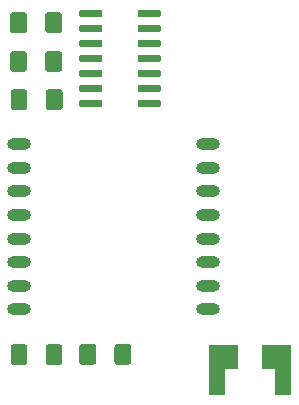
<source format=gbr>
G04 #@! TF.GenerationSoftware,KiCad,Pcbnew,5.1.5*
G04 #@! TF.CreationDate,2020-01-26T11:39:47+01:00*
G04 #@! TF.ProjectId,LORA_ATTINY84,4c4f5241-5f41-4545-9449-4e5938342e6b,rev?*
G04 #@! TF.SameCoordinates,Original*
G04 #@! TF.FileFunction,Paste,Top*
G04 #@! TF.FilePolarity,Positive*
%FSLAX46Y46*%
G04 Gerber Fmt 4.6, Leading zero omitted, Abs format (unit mm)*
G04 Created by KiCad (PCBNEW 5.1.5) date 2020-01-26 11:39:47*
%MOMM*%
%LPD*%
G04 APERTURE LIST*
%ADD10C,0.100000*%
%ADD11O,2.000000X1.000000*%
G04 APERTURE END LIST*
D10*
G36*
X91586600Y-79493600D02*
G01*
X90236600Y-79493600D01*
X90236600Y-77293600D01*
X89136600Y-77293600D01*
X89136600Y-75293600D01*
X91586600Y-75293600D01*
X91586600Y-79493600D01*
G37*
G36*
X87034920Y-77293600D02*
G01*
X85934920Y-77293600D01*
X85934920Y-79493600D01*
X84584920Y-79493600D01*
X84584920Y-75293600D01*
X87034920Y-75293600D01*
X87034920Y-77293600D01*
G37*
G36*
X71991204Y-75224604D02*
G01*
X72015473Y-75228204D01*
X72039271Y-75234165D01*
X72062371Y-75242430D01*
X72084549Y-75252920D01*
X72105593Y-75265533D01*
X72125298Y-75280147D01*
X72143477Y-75296623D01*
X72159953Y-75314802D01*
X72174567Y-75334507D01*
X72187180Y-75355551D01*
X72197670Y-75377729D01*
X72205935Y-75400829D01*
X72211896Y-75424627D01*
X72215496Y-75448896D01*
X72216700Y-75473400D01*
X72216700Y-76723400D01*
X72215496Y-76747904D01*
X72211896Y-76772173D01*
X72205935Y-76795971D01*
X72197670Y-76819071D01*
X72187180Y-76841249D01*
X72174567Y-76862293D01*
X72159953Y-76881998D01*
X72143477Y-76900177D01*
X72125298Y-76916653D01*
X72105593Y-76931267D01*
X72084549Y-76943880D01*
X72062371Y-76954370D01*
X72039271Y-76962635D01*
X72015473Y-76968596D01*
X71991204Y-76972196D01*
X71966700Y-76973400D01*
X71041700Y-76973400D01*
X71017196Y-76972196D01*
X70992927Y-76968596D01*
X70969129Y-76962635D01*
X70946029Y-76954370D01*
X70923851Y-76943880D01*
X70902807Y-76931267D01*
X70883102Y-76916653D01*
X70864923Y-76900177D01*
X70848447Y-76881998D01*
X70833833Y-76862293D01*
X70821220Y-76841249D01*
X70810730Y-76819071D01*
X70802465Y-76795971D01*
X70796504Y-76772173D01*
X70792904Y-76747904D01*
X70791700Y-76723400D01*
X70791700Y-75473400D01*
X70792904Y-75448896D01*
X70796504Y-75424627D01*
X70802465Y-75400829D01*
X70810730Y-75377729D01*
X70821220Y-75355551D01*
X70833833Y-75334507D01*
X70848447Y-75314802D01*
X70864923Y-75296623D01*
X70883102Y-75280147D01*
X70902807Y-75265533D01*
X70923851Y-75252920D01*
X70946029Y-75242430D01*
X70969129Y-75234165D01*
X70992927Y-75228204D01*
X71017196Y-75224604D01*
X71041700Y-75223400D01*
X71966700Y-75223400D01*
X71991204Y-75224604D01*
G37*
G36*
X69016204Y-75224604D02*
G01*
X69040473Y-75228204D01*
X69064271Y-75234165D01*
X69087371Y-75242430D01*
X69109549Y-75252920D01*
X69130593Y-75265533D01*
X69150298Y-75280147D01*
X69168477Y-75296623D01*
X69184953Y-75314802D01*
X69199567Y-75334507D01*
X69212180Y-75355551D01*
X69222670Y-75377729D01*
X69230935Y-75400829D01*
X69236896Y-75424627D01*
X69240496Y-75448896D01*
X69241700Y-75473400D01*
X69241700Y-76723400D01*
X69240496Y-76747904D01*
X69236896Y-76772173D01*
X69230935Y-76795971D01*
X69222670Y-76819071D01*
X69212180Y-76841249D01*
X69199567Y-76862293D01*
X69184953Y-76881998D01*
X69168477Y-76900177D01*
X69150298Y-76916653D01*
X69130593Y-76931267D01*
X69109549Y-76943880D01*
X69087371Y-76954370D01*
X69064271Y-76962635D01*
X69040473Y-76968596D01*
X69016204Y-76972196D01*
X68991700Y-76973400D01*
X68066700Y-76973400D01*
X68042196Y-76972196D01*
X68017927Y-76968596D01*
X67994129Y-76962635D01*
X67971029Y-76954370D01*
X67948851Y-76943880D01*
X67927807Y-76931267D01*
X67908102Y-76916653D01*
X67889923Y-76900177D01*
X67873447Y-76881998D01*
X67858833Y-76862293D01*
X67846220Y-76841249D01*
X67835730Y-76819071D01*
X67827465Y-76795971D01*
X67821504Y-76772173D01*
X67817904Y-76747904D01*
X67816700Y-76723400D01*
X67816700Y-75473400D01*
X67817904Y-75448896D01*
X67821504Y-75424627D01*
X67827465Y-75400829D01*
X67835730Y-75377729D01*
X67846220Y-75355551D01*
X67858833Y-75334507D01*
X67873447Y-75314802D01*
X67889923Y-75296623D01*
X67908102Y-75280147D01*
X67927807Y-75265533D01*
X67948851Y-75252920D01*
X67971029Y-75242430D01*
X67994129Y-75234165D01*
X68017927Y-75228204D01*
X68042196Y-75224604D01*
X68066700Y-75223400D01*
X68991700Y-75223400D01*
X69016204Y-75224604D01*
G37*
G36*
X74843904Y-75199204D02*
G01*
X74868173Y-75202804D01*
X74891971Y-75208765D01*
X74915071Y-75217030D01*
X74937249Y-75227520D01*
X74958293Y-75240133D01*
X74977998Y-75254747D01*
X74996177Y-75271223D01*
X75012653Y-75289402D01*
X75027267Y-75309107D01*
X75039880Y-75330151D01*
X75050370Y-75352329D01*
X75058635Y-75375429D01*
X75064596Y-75399227D01*
X75068196Y-75423496D01*
X75069400Y-75448000D01*
X75069400Y-76698000D01*
X75068196Y-76722504D01*
X75064596Y-76746773D01*
X75058635Y-76770571D01*
X75050370Y-76793671D01*
X75039880Y-76815849D01*
X75027267Y-76836893D01*
X75012653Y-76856598D01*
X74996177Y-76874777D01*
X74977998Y-76891253D01*
X74958293Y-76905867D01*
X74937249Y-76918480D01*
X74915071Y-76928970D01*
X74891971Y-76937235D01*
X74868173Y-76943196D01*
X74843904Y-76946796D01*
X74819400Y-76948000D01*
X73894400Y-76948000D01*
X73869896Y-76946796D01*
X73845627Y-76943196D01*
X73821829Y-76937235D01*
X73798729Y-76928970D01*
X73776551Y-76918480D01*
X73755507Y-76905867D01*
X73735802Y-76891253D01*
X73717623Y-76874777D01*
X73701147Y-76856598D01*
X73686533Y-76836893D01*
X73673920Y-76815849D01*
X73663430Y-76793671D01*
X73655165Y-76770571D01*
X73649204Y-76746773D01*
X73645604Y-76722504D01*
X73644400Y-76698000D01*
X73644400Y-75448000D01*
X73645604Y-75423496D01*
X73649204Y-75399227D01*
X73655165Y-75375429D01*
X73663430Y-75352329D01*
X73673920Y-75330151D01*
X73686533Y-75309107D01*
X73701147Y-75289402D01*
X73717623Y-75271223D01*
X73735802Y-75254747D01*
X73755507Y-75240133D01*
X73776551Y-75227520D01*
X73798729Y-75217030D01*
X73821829Y-75208765D01*
X73845627Y-75202804D01*
X73869896Y-75199204D01*
X73894400Y-75198000D01*
X74819400Y-75198000D01*
X74843904Y-75199204D01*
G37*
G36*
X77818904Y-75199204D02*
G01*
X77843173Y-75202804D01*
X77866971Y-75208765D01*
X77890071Y-75217030D01*
X77912249Y-75227520D01*
X77933293Y-75240133D01*
X77952998Y-75254747D01*
X77971177Y-75271223D01*
X77987653Y-75289402D01*
X78002267Y-75309107D01*
X78014880Y-75330151D01*
X78025370Y-75352329D01*
X78033635Y-75375429D01*
X78039596Y-75399227D01*
X78043196Y-75423496D01*
X78044400Y-75448000D01*
X78044400Y-76698000D01*
X78043196Y-76722504D01*
X78039596Y-76746773D01*
X78033635Y-76770571D01*
X78025370Y-76793671D01*
X78014880Y-76815849D01*
X78002267Y-76836893D01*
X77987653Y-76856598D01*
X77971177Y-76874777D01*
X77952998Y-76891253D01*
X77933293Y-76905867D01*
X77912249Y-76918480D01*
X77890071Y-76928970D01*
X77866971Y-76937235D01*
X77843173Y-76943196D01*
X77818904Y-76946796D01*
X77794400Y-76948000D01*
X76869400Y-76948000D01*
X76844896Y-76946796D01*
X76820627Y-76943196D01*
X76796829Y-76937235D01*
X76773729Y-76928970D01*
X76751551Y-76918480D01*
X76730507Y-76905867D01*
X76710802Y-76891253D01*
X76692623Y-76874777D01*
X76676147Y-76856598D01*
X76661533Y-76836893D01*
X76648920Y-76815849D01*
X76638430Y-76793671D01*
X76630165Y-76770571D01*
X76624204Y-76746773D01*
X76620604Y-76722504D01*
X76619400Y-76698000D01*
X76619400Y-75448000D01*
X76620604Y-75423496D01*
X76624204Y-75399227D01*
X76630165Y-75375429D01*
X76638430Y-75352329D01*
X76648920Y-75330151D01*
X76661533Y-75309107D01*
X76676147Y-75289402D01*
X76692623Y-75271223D01*
X76710802Y-75254747D01*
X76730507Y-75240133D01*
X76751551Y-75227520D01*
X76773729Y-75217030D01*
X76796829Y-75208765D01*
X76820627Y-75202804D01*
X76844896Y-75199204D01*
X76869400Y-75198000D01*
X77794400Y-75198000D01*
X77818904Y-75199204D01*
G37*
G36*
X69027304Y-53634604D02*
G01*
X69051573Y-53638204D01*
X69075371Y-53644165D01*
X69098471Y-53652430D01*
X69120649Y-53662920D01*
X69141693Y-53675533D01*
X69161398Y-53690147D01*
X69179577Y-53706623D01*
X69196053Y-53724802D01*
X69210667Y-53744507D01*
X69223280Y-53765551D01*
X69233770Y-53787729D01*
X69242035Y-53810829D01*
X69247996Y-53834627D01*
X69251596Y-53858896D01*
X69252800Y-53883400D01*
X69252800Y-55133400D01*
X69251596Y-55157904D01*
X69247996Y-55182173D01*
X69242035Y-55205971D01*
X69233770Y-55229071D01*
X69223280Y-55251249D01*
X69210667Y-55272293D01*
X69196053Y-55291998D01*
X69179577Y-55310177D01*
X69161398Y-55326653D01*
X69141693Y-55341267D01*
X69120649Y-55353880D01*
X69098471Y-55364370D01*
X69075371Y-55372635D01*
X69051573Y-55378596D01*
X69027304Y-55382196D01*
X69002800Y-55383400D01*
X68077800Y-55383400D01*
X68053296Y-55382196D01*
X68029027Y-55378596D01*
X68005229Y-55372635D01*
X67982129Y-55364370D01*
X67959951Y-55353880D01*
X67938907Y-55341267D01*
X67919202Y-55326653D01*
X67901023Y-55310177D01*
X67884547Y-55291998D01*
X67869933Y-55272293D01*
X67857320Y-55251249D01*
X67846830Y-55229071D01*
X67838565Y-55205971D01*
X67832604Y-55182173D01*
X67829004Y-55157904D01*
X67827800Y-55133400D01*
X67827800Y-53883400D01*
X67829004Y-53858896D01*
X67832604Y-53834627D01*
X67838565Y-53810829D01*
X67846830Y-53787729D01*
X67857320Y-53765551D01*
X67869933Y-53744507D01*
X67884547Y-53724802D01*
X67901023Y-53706623D01*
X67919202Y-53690147D01*
X67938907Y-53675533D01*
X67959951Y-53662920D01*
X67982129Y-53652430D01*
X68005229Y-53644165D01*
X68029027Y-53638204D01*
X68053296Y-53634604D01*
X68077800Y-53633400D01*
X69002800Y-53633400D01*
X69027304Y-53634604D01*
G37*
G36*
X72002304Y-53634604D02*
G01*
X72026573Y-53638204D01*
X72050371Y-53644165D01*
X72073471Y-53652430D01*
X72095649Y-53662920D01*
X72116693Y-53675533D01*
X72136398Y-53690147D01*
X72154577Y-53706623D01*
X72171053Y-53724802D01*
X72185667Y-53744507D01*
X72198280Y-53765551D01*
X72208770Y-53787729D01*
X72217035Y-53810829D01*
X72222996Y-53834627D01*
X72226596Y-53858896D01*
X72227800Y-53883400D01*
X72227800Y-55133400D01*
X72226596Y-55157904D01*
X72222996Y-55182173D01*
X72217035Y-55205971D01*
X72208770Y-55229071D01*
X72198280Y-55251249D01*
X72185667Y-55272293D01*
X72171053Y-55291998D01*
X72154577Y-55310177D01*
X72136398Y-55326653D01*
X72116693Y-55341267D01*
X72095649Y-55353880D01*
X72073471Y-55364370D01*
X72050371Y-55372635D01*
X72026573Y-55378596D01*
X72002304Y-55382196D01*
X71977800Y-55383400D01*
X71052800Y-55383400D01*
X71028296Y-55382196D01*
X71004027Y-55378596D01*
X70980229Y-55372635D01*
X70957129Y-55364370D01*
X70934951Y-55353880D01*
X70913907Y-55341267D01*
X70894202Y-55326653D01*
X70876023Y-55310177D01*
X70859547Y-55291998D01*
X70844933Y-55272293D01*
X70832320Y-55251249D01*
X70821830Y-55229071D01*
X70813565Y-55205971D01*
X70807604Y-55182173D01*
X70804004Y-55157904D01*
X70802800Y-55133400D01*
X70802800Y-53883400D01*
X70804004Y-53858896D01*
X70807604Y-53834627D01*
X70813565Y-53810829D01*
X70821830Y-53787729D01*
X70832320Y-53765551D01*
X70844933Y-53744507D01*
X70859547Y-53724802D01*
X70876023Y-53706623D01*
X70894202Y-53690147D01*
X70913907Y-53675533D01*
X70934951Y-53662920D01*
X70957129Y-53652430D01*
X70980229Y-53644165D01*
X71004027Y-53638204D01*
X71028296Y-53634604D01*
X71052800Y-53633400D01*
X71977800Y-53633400D01*
X72002304Y-53634604D01*
G37*
G36*
X68976504Y-50396104D02*
G01*
X69000773Y-50399704D01*
X69024571Y-50405665D01*
X69047671Y-50413930D01*
X69069849Y-50424420D01*
X69090893Y-50437033D01*
X69110598Y-50451647D01*
X69128777Y-50468123D01*
X69145253Y-50486302D01*
X69159867Y-50506007D01*
X69172480Y-50527051D01*
X69182970Y-50549229D01*
X69191235Y-50572329D01*
X69197196Y-50596127D01*
X69200796Y-50620396D01*
X69202000Y-50644900D01*
X69202000Y-51894900D01*
X69200796Y-51919404D01*
X69197196Y-51943673D01*
X69191235Y-51967471D01*
X69182970Y-51990571D01*
X69172480Y-52012749D01*
X69159867Y-52033793D01*
X69145253Y-52053498D01*
X69128777Y-52071677D01*
X69110598Y-52088153D01*
X69090893Y-52102767D01*
X69069849Y-52115380D01*
X69047671Y-52125870D01*
X69024571Y-52134135D01*
X69000773Y-52140096D01*
X68976504Y-52143696D01*
X68952000Y-52144900D01*
X68027000Y-52144900D01*
X68002496Y-52143696D01*
X67978227Y-52140096D01*
X67954429Y-52134135D01*
X67931329Y-52125870D01*
X67909151Y-52115380D01*
X67888107Y-52102767D01*
X67868402Y-52088153D01*
X67850223Y-52071677D01*
X67833747Y-52053498D01*
X67819133Y-52033793D01*
X67806520Y-52012749D01*
X67796030Y-51990571D01*
X67787765Y-51967471D01*
X67781804Y-51943673D01*
X67778204Y-51919404D01*
X67777000Y-51894900D01*
X67777000Y-50644900D01*
X67778204Y-50620396D01*
X67781804Y-50596127D01*
X67787765Y-50572329D01*
X67796030Y-50549229D01*
X67806520Y-50527051D01*
X67819133Y-50506007D01*
X67833747Y-50486302D01*
X67850223Y-50468123D01*
X67868402Y-50451647D01*
X67888107Y-50437033D01*
X67909151Y-50424420D01*
X67931329Y-50413930D01*
X67954429Y-50405665D01*
X67978227Y-50399704D01*
X68002496Y-50396104D01*
X68027000Y-50394900D01*
X68952000Y-50394900D01*
X68976504Y-50396104D01*
G37*
G36*
X71951504Y-50396104D02*
G01*
X71975773Y-50399704D01*
X71999571Y-50405665D01*
X72022671Y-50413930D01*
X72044849Y-50424420D01*
X72065893Y-50437033D01*
X72085598Y-50451647D01*
X72103777Y-50468123D01*
X72120253Y-50486302D01*
X72134867Y-50506007D01*
X72147480Y-50527051D01*
X72157970Y-50549229D01*
X72166235Y-50572329D01*
X72172196Y-50596127D01*
X72175796Y-50620396D01*
X72177000Y-50644900D01*
X72177000Y-51894900D01*
X72175796Y-51919404D01*
X72172196Y-51943673D01*
X72166235Y-51967471D01*
X72157970Y-51990571D01*
X72147480Y-52012749D01*
X72134867Y-52033793D01*
X72120253Y-52053498D01*
X72103777Y-52071677D01*
X72085598Y-52088153D01*
X72065893Y-52102767D01*
X72044849Y-52115380D01*
X72022671Y-52125870D01*
X71999571Y-52134135D01*
X71975773Y-52140096D01*
X71951504Y-52143696D01*
X71927000Y-52144900D01*
X71002000Y-52144900D01*
X70977496Y-52143696D01*
X70953227Y-52140096D01*
X70929429Y-52134135D01*
X70906329Y-52125870D01*
X70884151Y-52115380D01*
X70863107Y-52102767D01*
X70843402Y-52088153D01*
X70825223Y-52071677D01*
X70808747Y-52053498D01*
X70794133Y-52033793D01*
X70781520Y-52012749D01*
X70771030Y-51990571D01*
X70762765Y-51967471D01*
X70756804Y-51943673D01*
X70753204Y-51919404D01*
X70752000Y-51894900D01*
X70752000Y-50644900D01*
X70753204Y-50620396D01*
X70756804Y-50596127D01*
X70762765Y-50572329D01*
X70771030Y-50549229D01*
X70781520Y-50527051D01*
X70794133Y-50506007D01*
X70808747Y-50486302D01*
X70825223Y-50468123D01*
X70843402Y-50451647D01*
X70863107Y-50437033D01*
X70884151Y-50424420D01*
X70906329Y-50413930D01*
X70929429Y-50405665D01*
X70953227Y-50399704D01*
X70977496Y-50396104D01*
X71002000Y-50394900D01*
X71927000Y-50394900D01*
X71951504Y-50396104D01*
G37*
G36*
X71951504Y-47106804D02*
G01*
X71975773Y-47110404D01*
X71999571Y-47116365D01*
X72022671Y-47124630D01*
X72044849Y-47135120D01*
X72065893Y-47147733D01*
X72085598Y-47162347D01*
X72103777Y-47178823D01*
X72120253Y-47197002D01*
X72134867Y-47216707D01*
X72147480Y-47237751D01*
X72157970Y-47259929D01*
X72166235Y-47283029D01*
X72172196Y-47306827D01*
X72175796Y-47331096D01*
X72177000Y-47355600D01*
X72177000Y-48605600D01*
X72175796Y-48630104D01*
X72172196Y-48654373D01*
X72166235Y-48678171D01*
X72157970Y-48701271D01*
X72147480Y-48723449D01*
X72134867Y-48744493D01*
X72120253Y-48764198D01*
X72103777Y-48782377D01*
X72085598Y-48798853D01*
X72065893Y-48813467D01*
X72044849Y-48826080D01*
X72022671Y-48836570D01*
X71999571Y-48844835D01*
X71975773Y-48850796D01*
X71951504Y-48854396D01*
X71927000Y-48855600D01*
X71002000Y-48855600D01*
X70977496Y-48854396D01*
X70953227Y-48850796D01*
X70929429Y-48844835D01*
X70906329Y-48836570D01*
X70884151Y-48826080D01*
X70863107Y-48813467D01*
X70843402Y-48798853D01*
X70825223Y-48782377D01*
X70808747Y-48764198D01*
X70794133Y-48744493D01*
X70781520Y-48723449D01*
X70771030Y-48701271D01*
X70762765Y-48678171D01*
X70756804Y-48654373D01*
X70753204Y-48630104D01*
X70752000Y-48605600D01*
X70752000Y-47355600D01*
X70753204Y-47331096D01*
X70756804Y-47306827D01*
X70762765Y-47283029D01*
X70771030Y-47259929D01*
X70781520Y-47237751D01*
X70794133Y-47216707D01*
X70808747Y-47197002D01*
X70825223Y-47178823D01*
X70843402Y-47162347D01*
X70863107Y-47147733D01*
X70884151Y-47135120D01*
X70906329Y-47124630D01*
X70929429Y-47116365D01*
X70953227Y-47110404D01*
X70977496Y-47106804D01*
X71002000Y-47105600D01*
X71927000Y-47105600D01*
X71951504Y-47106804D01*
G37*
G36*
X68976504Y-47106804D02*
G01*
X69000773Y-47110404D01*
X69024571Y-47116365D01*
X69047671Y-47124630D01*
X69069849Y-47135120D01*
X69090893Y-47147733D01*
X69110598Y-47162347D01*
X69128777Y-47178823D01*
X69145253Y-47197002D01*
X69159867Y-47216707D01*
X69172480Y-47237751D01*
X69182970Y-47259929D01*
X69191235Y-47283029D01*
X69197196Y-47306827D01*
X69200796Y-47331096D01*
X69202000Y-47355600D01*
X69202000Y-48605600D01*
X69200796Y-48630104D01*
X69197196Y-48654373D01*
X69191235Y-48678171D01*
X69182970Y-48701271D01*
X69172480Y-48723449D01*
X69159867Y-48744493D01*
X69145253Y-48764198D01*
X69128777Y-48782377D01*
X69110598Y-48798853D01*
X69090893Y-48813467D01*
X69069849Y-48826080D01*
X69047671Y-48836570D01*
X69024571Y-48844835D01*
X69000773Y-48850796D01*
X68976504Y-48854396D01*
X68952000Y-48855600D01*
X68027000Y-48855600D01*
X68002496Y-48854396D01*
X67978227Y-48850796D01*
X67954429Y-48844835D01*
X67931329Y-48836570D01*
X67909151Y-48826080D01*
X67888107Y-48813467D01*
X67868402Y-48798853D01*
X67850223Y-48782377D01*
X67833747Y-48764198D01*
X67819133Y-48744493D01*
X67806520Y-48723449D01*
X67796030Y-48701271D01*
X67787765Y-48678171D01*
X67781804Y-48654373D01*
X67778204Y-48630104D01*
X67777000Y-48605600D01*
X67777000Y-47355600D01*
X67778204Y-47331096D01*
X67781804Y-47306827D01*
X67787765Y-47283029D01*
X67796030Y-47259929D01*
X67806520Y-47237751D01*
X67819133Y-47216707D01*
X67833747Y-47197002D01*
X67850223Y-47178823D01*
X67868402Y-47162347D01*
X67888107Y-47147733D01*
X67909151Y-47135120D01*
X67931329Y-47124630D01*
X67954429Y-47116365D01*
X67978227Y-47110404D01*
X68002496Y-47106804D01*
X68027000Y-47105600D01*
X68952000Y-47105600D01*
X68976504Y-47106804D01*
G37*
G36*
X75453703Y-54539322D02*
G01*
X75468264Y-54541482D01*
X75482543Y-54545059D01*
X75496403Y-54550018D01*
X75509710Y-54556312D01*
X75522336Y-54563880D01*
X75534159Y-54572648D01*
X75545066Y-54582534D01*
X75554952Y-54593441D01*
X75563720Y-54605264D01*
X75571288Y-54617890D01*
X75577582Y-54631197D01*
X75582541Y-54645057D01*
X75586118Y-54659336D01*
X75588278Y-54673897D01*
X75589000Y-54688600D01*
X75589000Y-54988600D01*
X75588278Y-55003303D01*
X75586118Y-55017864D01*
X75582541Y-55032143D01*
X75577582Y-55046003D01*
X75571288Y-55059310D01*
X75563720Y-55071936D01*
X75554952Y-55083759D01*
X75545066Y-55094666D01*
X75534159Y-55104552D01*
X75522336Y-55113320D01*
X75509710Y-55120888D01*
X75496403Y-55127182D01*
X75482543Y-55132141D01*
X75468264Y-55135718D01*
X75453703Y-55137878D01*
X75439000Y-55138600D01*
X73789000Y-55138600D01*
X73774297Y-55137878D01*
X73759736Y-55135718D01*
X73745457Y-55132141D01*
X73731597Y-55127182D01*
X73718290Y-55120888D01*
X73705664Y-55113320D01*
X73693841Y-55104552D01*
X73682934Y-55094666D01*
X73673048Y-55083759D01*
X73664280Y-55071936D01*
X73656712Y-55059310D01*
X73650418Y-55046003D01*
X73645459Y-55032143D01*
X73641882Y-55017864D01*
X73639722Y-55003303D01*
X73639000Y-54988600D01*
X73639000Y-54688600D01*
X73639722Y-54673897D01*
X73641882Y-54659336D01*
X73645459Y-54645057D01*
X73650418Y-54631197D01*
X73656712Y-54617890D01*
X73664280Y-54605264D01*
X73673048Y-54593441D01*
X73682934Y-54582534D01*
X73693841Y-54572648D01*
X73705664Y-54563880D01*
X73718290Y-54556312D01*
X73731597Y-54550018D01*
X73745457Y-54545059D01*
X73759736Y-54541482D01*
X73774297Y-54539322D01*
X73789000Y-54538600D01*
X75439000Y-54538600D01*
X75453703Y-54539322D01*
G37*
G36*
X75453703Y-53269322D02*
G01*
X75468264Y-53271482D01*
X75482543Y-53275059D01*
X75496403Y-53280018D01*
X75509710Y-53286312D01*
X75522336Y-53293880D01*
X75534159Y-53302648D01*
X75545066Y-53312534D01*
X75554952Y-53323441D01*
X75563720Y-53335264D01*
X75571288Y-53347890D01*
X75577582Y-53361197D01*
X75582541Y-53375057D01*
X75586118Y-53389336D01*
X75588278Y-53403897D01*
X75589000Y-53418600D01*
X75589000Y-53718600D01*
X75588278Y-53733303D01*
X75586118Y-53747864D01*
X75582541Y-53762143D01*
X75577582Y-53776003D01*
X75571288Y-53789310D01*
X75563720Y-53801936D01*
X75554952Y-53813759D01*
X75545066Y-53824666D01*
X75534159Y-53834552D01*
X75522336Y-53843320D01*
X75509710Y-53850888D01*
X75496403Y-53857182D01*
X75482543Y-53862141D01*
X75468264Y-53865718D01*
X75453703Y-53867878D01*
X75439000Y-53868600D01*
X73789000Y-53868600D01*
X73774297Y-53867878D01*
X73759736Y-53865718D01*
X73745457Y-53862141D01*
X73731597Y-53857182D01*
X73718290Y-53850888D01*
X73705664Y-53843320D01*
X73693841Y-53834552D01*
X73682934Y-53824666D01*
X73673048Y-53813759D01*
X73664280Y-53801936D01*
X73656712Y-53789310D01*
X73650418Y-53776003D01*
X73645459Y-53762143D01*
X73641882Y-53747864D01*
X73639722Y-53733303D01*
X73639000Y-53718600D01*
X73639000Y-53418600D01*
X73639722Y-53403897D01*
X73641882Y-53389336D01*
X73645459Y-53375057D01*
X73650418Y-53361197D01*
X73656712Y-53347890D01*
X73664280Y-53335264D01*
X73673048Y-53323441D01*
X73682934Y-53312534D01*
X73693841Y-53302648D01*
X73705664Y-53293880D01*
X73718290Y-53286312D01*
X73731597Y-53280018D01*
X73745457Y-53275059D01*
X73759736Y-53271482D01*
X73774297Y-53269322D01*
X73789000Y-53268600D01*
X75439000Y-53268600D01*
X75453703Y-53269322D01*
G37*
G36*
X75453703Y-51999322D02*
G01*
X75468264Y-52001482D01*
X75482543Y-52005059D01*
X75496403Y-52010018D01*
X75509710Y-52016312D01*
X75522336Y-52023880D01*
X75534159Y-52032648D01*
X75545066Y-52042534D01*
X75554952Y-52053441D01*
X75563720Y-52065264D01*
X75571288Y-52077890D01*
X75577582Y-52091197D01*
X75582541Y-52105057D01*
X75586118Y-52119336D01*
X75588278Y-52133897D01*
X75589000Y-52148600D01*
X75589000Y-52448600D01*
X75588278Y-52463303D01*
X75586118Y-52477864D01*
X75582541Y-52492143D01*
X75577582Y-52506003D01*
X75571288Y-52519310D01*
X75563720Y-52531936D01*
X75554952Y-52543759D01*
X75545066Y-52554666D01*
X75534159Y-52564552D01*
X75522336Y-52573320D01*
X75509710Y-52580888D01*
X75496403Y-52587182D01*
X75482543Y-52592141D01*
X75468264Y-52595718D01*
X75453703Y-52597878D01*
X75439000Y-52598600D01*
X73789000Y-52598600D01*
X73774297Y-52597878D01*
X73759736Y-52595718D01*
X73745457Y-52592141D01*
X73731597Y-52587182D01*
X73718290Y-52580888D01*
X73705664Y-52573320D01*
X73693841Y-52564552D01*
X73682934Y-52554666D01*
X73673048Y-52543759D01*
X73664280Y-52531936D01*
X73656712Y-52519310D01*
X73650418Y-52506003D01*
X73645459Y-52492143D01*
X73641882Y-52477864D01*
X73639722Y-52463303D01*
X73639000Y-52448600D01*
X73639000Y-52148600D01*
X73639722Y-52133897D01*
X73641882Y-52119336D01*
X73645459Y-52105057D01*
X73650418Y-52091197D01*
X73656712Y-52077890D01*
X73664280Y-52065264D01*
X73673048Y-52053441D01*
X73682934Y-52042534D01*
X73693841Y-52032648D01*
X73705664Y-52023880D01*
X73718290Y-52016312D01*
X73731597Y-52010018D01*
X73745457Y-52005059D01*
X73759736Y-52001482D01*
X73774297Y-51999322D01*
X73789000Y-51998600D01*
X75439000Y-51998600D01*
X75453703Y-51999322D01*
G37*
G36*
X75453703Y-50729322D02*
G01*
X75468264Y-50731482D01*
X75482543Y-50735059D01*
X75496403Y-50740018D01*
X75509710Y-50746312D01*
X75522336Y-50753880D01*
X75534159Y-50762648D01*
X75545066Y-50772534D01*
X75554952Y-50783441D01*
X75563720Y-50795264D01*
X75571288Y-50807890D01*
X75577582Y-50821197D01*
X75582541Y-50835057D01*
X75586118Y-50849336D01*
X75588278Y-50863897D01*
X75589000Y-50878600D01*
X75589000Y-51178600D01*
X75588278Y-51193303D01*
X75586118Y-51207864D01*
X75582541Y-51222143D01*
X75577582Y-51236003D01*
X75571288Y-51249310D01*
X75563720Y-51261936D01*
X75554952Y-51273759D01*
X75545066Y-51284666D01*
X75534159Y-51294552D01*
X75522336Y-51303320D01*
X75509710Y-51310888D01*
X75496403Y-51317182D01*
X75482543Y-51322141D01*
X75468264Y-51325718D01*
X75453703Y-51327878D01*
X75439000Y-51328600D01*
X73789000Y-51328600D01*
X73774297Y-51327878D01*
X73759736Y-51325718D01*
X73745457Y-51322141D01*
X73731597Y-51317182D01*
X73718290Y-51310888D01*
X73705664Y-51303320D01*
X73693841Y-51294552D01*
X73682934Y-51284666D01*
X73673048Y-51273759D01*
X73664280Y-51261936D01*
X73656712Y-51249310D01*
X73650418Y-51236003D01*
X73645459Y-51222143D01*
X73641882Y-51207864D01*
X73639722Y-51193303D01*
X73639000Y-51178600D01*
X73639000Y-50878600D01*
X73639722Y-50863897D01*
X73641882Y-50849336D01*
X73645459Y-50835057D01*
X73650418Y-50821197D01*
X73656712Y-50807890D01*
X73664280Y-50795264D01*
X73673048Y-50783441D01*
X73682934Y-50772534D01*
X73693841Y-50762648D01*
X73705664Y-50753880D01*
X73718290Y-50746312D01*
X73731597Y-50740018D01*
X73745457Y-50735059D01*
X73759736Y-50731482D01*
X73774297Y-50729322D01*
X73789000Y-50728600D01*
X75439000Y-50728600D01*
X75453703Y-50729322D01*
G37*
G36*
X75453703Y-49459322D02*
G01*
X75468264Y-49461482D01*
X75482543Y-49465059D01*
X75496403Y-49470018D01*
X75509710Y-49476312D01*
X75522336Y-49483880D01*
X75534159Y-49492648D01*
X75545066Y-49502534D01*
X75554952Y-49513441D01*
X75563720Y-49525264D01*
X75571288Y-49537890D01*
X75577582Y-49551197D01*
X75582541Y-49565057D01*
X75586118Y-49579336D01*
X75588278Y-49593897D01*
X75589000Y-49608600D01*
X75589000Y-49908600D01*
X75588278Y-49923303D01*
X75586118Y-49937864D01*
X75582541Y-49952143D01*
X75577582Y-49966003D01*
X75571288Y-49979310D01*
X75563720Y-49991936D01*
X75554952Y-50003759D01*
X75545066Y-50014666D01*
X75534159Y-50024552D01*
X75522336Y-50033320D01*
X75509710Y-50040888D01*
X75496403Y-50047182D01*
X75482543Y-50052141D01*
X75468264Y-50055718D01*
X75453703Y-50057878D01*
X75439000Y-50058600D01*
X73789000Y-50058600D01*
X73774297Y-50057878D01*
X73759736Y-50055718D01*
X73745457Y-50052141D01*
X73731597Y-50047182D01*
X73718290Y-50040888D01*
X73705664Y-50033320D01*
X73693841Y-50024552D01*
X73682934Y-50014666D01*
X73673048Y-50003759D01*
X73664280Y-49991936D01*
X73656712Y-49979310D01*
X73650418Y-49966003D01*
X73645459Y-49952143D01*
X73641882Y-49937864D01*
X73639722Y-49923303D01*
X73639000Y-49908600D01*
X73639000Y-49608600D01*
X73639722Y-49593897D01*
X73641882Y-49579336D01*
X73645459Y-49565057D01*
X73650418Y-49551197D01*
X73656712Y-49537890D01*
X73664280Y-49525264D01*
X73673048Y-49513441D01*
X73682934Y-49502534D01*
X73693841Y-49492648D01*
X73705664Y-49483880D01*
X73718290Y-49476312D01*
X73731597Y-49470018D01*
X73745457Y-49465059D01*
X73759736Y-49461482D01*
X73774297Y-49459322D01*
X73789000Y-49458600D01*
X75439000Y-49458600D01*
X75453703Y-49459322D01*
G37*
G36*
X75453703Y-48189322D02*
G01*
X75468264Y-48191482D01*
X75482543Y-48195059D01*
X75496403Y-48200018D01*
X75509710Y-48206312D01*
X75522336Y-48213880D01*
X75534159Y-48222648D01*
X75545066Y-48232534D01*
X75554952Y-48243441D01*
X75563720Y-48255264D01*
X75571288Y-48267890D01*
X75577582Y-48281197D01*
X75582541Y-48295057D01*
X75586118Y-48309336D01*
X75588278Y-48323897D01*
X75589000Y-48338600D01*
X75589000Y-48638600D01*
X75588278Y-48653303D01*
X75586118Y-48667864D01*
X75582541Y-48682143D01*
X75577582Y-48696003D01*
X75571288Y-48709310D01*
X75563720Y-48721936D01*
X75554952Y-48733759D01*
X75545066Y-48744666D01*
X75534159Y-48754552D01*
X75522336Y-48763320D01*
X75509710Y-48770888D01*
X75496403Y-48777182D01*
X75482543Y-48782141D01*
X75468264Y-48785718D01*
X75453703Y-48787878D01*
X75439000Y-48788600D01*
X73789000Y-48788600D01*
X73774297Y-48787878D01*
X73759736Y-48785718D01*
X73745457Y-48782141D01*
X73731597Y-48777182D01*
X73718290Y-48770888D01*
X73705664Y-48763320D01*
X73693841Y-48754552D01*
X73682934Y-48744666D01*
X73673048Y-48733759D01*
X73664280Y-48721936D01*
X73656712Y-48709310D01*
X73650418Y-48696003D01*
X73645459Y-48682143D01*
X73641882Y-48667864D01*
X73639722Y-48653303D01*
X73639000Y-48638600D01*
X73639000Y-48338600D01*
X73639722Y-48323897D01*
X73641882Y-48309336D01*
X73645459Y-48295057D01*
X73650418Y-48281197D01*
X73656712Y-48267890D01*
X73664280Y-48255264D01*
X73673048Y-48243441D01*
X73682934Y-48232534D01*
X73693841Y-48222648D01*
X73705664Y-48213880D01*
X73718290Y-48206312D01*
X73731597Y-48200018D01*
X73745457Y-48195059D01*
X73759736Y-48191482D01*
X73774297Y-48189322D01*
X73789000Y-48188600D01*
X75439000Y-48188600D01*
X75453703Y-48189322D01*
G37*
G36*
X75453703Y-46919322D02*
G01*
X75468264Y-46921482D01*
X75482543Y-46925059D01*
X75496403Y-46930018D01*
X75509710Y-46936312D01*
X75522336Y-46943880D01*
X75534159Y-46952648D01*
X75545066Y-46962534D01*
X75554952Y-46973441D01*
X75563720Y-46985264D01*
X75571288Y-46997890D01*
X75577582Y-47011197D01*
X75582541Y-47025057D01*
X75586118Y-47039336D01*
X75588278Y-47053897D01*
X75589000Y-47068600D01*
X75589000Y-47368600D01*
X75588278Y-47383303D01*
X75586118Y-47397864D01*
X75582541Y-47412143D01*
X75577582Y-47426003D01*
X75571288Y-47439310D01*
X75563720Y-47451936D01*
X75554952Y-47463759D01*
X75545066Y-47474666D01*
X75534159Y-47484552D01*
X75522336Y-47493320D01*
X75509710Y-47500888D01*
X75496403Y-47507182D01*
X75482543Y-47512141D01*
X75468264Y-47515718D01*
X75453703Y-47517878D01*
X75439000Y-47518600D01*
X73789000Y-47518600D01*
X73774297Y-47517878D01*
X73759736Y-47515718D01*
X73745457Y-47512141D01*
X73731597Y-47507182D01*
X73718290Y-47500888D01*
X73705664Y-47493320D01*
X73693841Y-47484552D01*
X73682934Y-47474666D01*
X73673048Y-47463759D01*
X73664280Y-47451936D01*
X73656712Y-47439310D01*
X73650418Y-47426003D01*
X73645459Y-47412143D01*
X73641882Y-47397864D01*
X73639722Y-47383303D01*
X73639000Y-47368600D01*
X73639000Y-47068600D01*
X73639722Y-47053897D01*
X73641882Y-47039336D01*
X73645459Y-47025057D01*
X73650418Y-47011197D01*
X73656712Y-46997890D01*
X73664280Y-46985264D01*
X73673048Y-46973441D01*
X73682934Y-46962534D01*
X73693841Y-46952648D01*
X73705664Y-46943880D01*
X73718290Y-46936312D01*
X73731597Y-46930018D01*
X73745457Y-46925059D01*
X73759736Y-46921482D01*
X73774297Y-46919322D01*
X73789000Y-46918600D01*
X75439000Y-46918600D01*
X75453703Y-46919322D01*
G37*
G36*
X80403703Y-46919322D02*
G01*
X80418264Y-46921482D01*
X80432543Y-46925059D01*
X80446403Y-46930018D01*
X80459710Y-46936312D01*
X80472336Y-46943880D01*
X80484159Y-46952648D01*
X80495066Y-46962534D01*
X80504952Y-46973441D01*
X80513720Y-46985264D01*
X80521288Y-46997890D01*
X80527582Y-47011197D01*
X80532541Y-47025057D01*
X80536118Y-47039336D01*
X80538278Y-47053897D01*
X80539000Y-47068600D01*
X80539000Y-47368600D01*
X80538278Y-47383303D01*
X80536118Y-47397864D01*
X80532541Y-47412143D01*
X80527582Y-47426003D01*
X80521288Y-47439310D01*
X80513720Y-47451936D01*
X80504952Y-47463759D01*
X80495066Y-47474666D01*
X80484159Y-47484552D01*
X80472336Y-47493320D01*
X80459710Y-47500888D01*
X80446403Y-47507182D01*
X80432543Y-47512141D01*
X80418264Y-47515718D01*
X80403703Y-47517878D01*
X80389000Y-47518600D01*
X78739000Y-47518600D01*
X78724297Y-47517878D01*
X78709736Y-47515718D01*
X78695457Y-47512141D01*
X78681597Y-47507182D01*
X78668290Y-47500888D01*
X78655664Y-47493320D01*
X78643841Y-47484552D01*
X78632934Y-47474666D01*
X78623048Y-47463759D01*
X78614280Y-47451936D01*
X78606712Y-47439310D01*
X78600418Y-47426003D01*
X78595459Y-47412143D01*
X78591882Y-47397864D01*
X78589722Y-47383303D01*
X78589000Y-47368600D01*
X78589000Y-47068600D01*
X78589722Y-47053897D01*
X78591882Y-47039336D01*
X78595459Y-47025057D01*
X78600418Y-47011197D01*
X78606712Y-46997890D01*
X78614280Y-46985264D01*
X78623048Y-46973441D01*
X78632934Y-46962534D01*
X78643841Y-46952648D01*
X78655664Y-46943880D01*
X78668290Y-46936312D01*
X78681597Y-46930018D01*
X78695457Y-46925059D01*
X78709736Y-46921482D01*
X78724297Y-46919322D01*
X78739000Y-46918600D01*
X80389000Y-46918600D01*
X80403703Y-46919322D01*
G37*
G36*
X80403703Y-48189322D02*
G01*
X80418264Y-48191482D01*
X80432543Y-48195059D01*
X80446403Y-48200018D01*
X80459710Y-48206312D01*
X80472336Y-48213880D01*
X80484159Y-48222648D01*
X80495066Y-48232534D01*
X80504952Y-48243441D01*
X80513720Y-48255264D01*
X80521288Y-48267890D01*
X80527582Y-48281197D01*
X80532541Y-48295057D01*
X80536118Y-48309336D01*
X80538278Y-48323897D01*
X80539000Y-48338600D01*
X80539000Y-48638600D01*
X80538278Y-48653303D01*
X80536118Y-48667864D01*
X80532541Y-48682143D01*
X80527582Y-48696003D01*
X80521288Y-48709310D01*
X80513720Y-48721936D01*
X80504952Y-48733759D01*
X80495066Y-48744666D01*
X80484159Y-48754552D01*
X80472336Y-48763320D01*
X80459710Y-48770888D01*
X80446403Y-48777182D01*
X80432543Y-48782141D01*
X80418264Y-48785718D01*
X80403703Y-48787878D01*
X80389000Y-48788600D01*
X78739000Y-48788600D01*
X78724297Y-48787878D01*
X78709736Y-48785718D01*
X78695457Y-48782141D01*
X78681597Y-48777182D01*
X78668290Y-48770888D01*
X78655664Y-48763320D01*
X78643841Y-48754552D01*
X78632934Y-48744666D01*
X78623048Y-48733759D01*
X78614280Y-48721936D01*
X78606712Y-48709310D01*
X78600418Y-48696003D01*
X78595459Y-48682143D01*
X78591882Y-48667864D01*
X78589722Y-48653303D01*
X78589000Y-48638600D01*
X78589000Y-48338600D01*
X78589722Y-48323897D01*
X78591882Y-48309336D01*
X78595459Y-48295057D01*
X78600418Y-48281197D01*
X78606712Y-48267890D01*
X78614280Y-48255264D01*
X78623048Y-48243441D01*
X78632934Y-48232534D01*
X78643841Y-48222648D01*
X78655664Y-48213880D01*
X78668290Y-48206312D01*
X78681597Y-48200018D01*
X78695457Y-48195059D01*
X78709736Y-48191482D01*
X78724297Y-48189322D01*
X78739000Y-48188600D01*
X80389000Y-48188600D01*
X80403703Y-48189322D01*
G37*
G36*
X80403703Y-49459322D02*
G01*
X80418264Y-49461482D01*
X80432543Y-49465059D01*
X80446403Y-49470018D01*
X80459710Y-49476312D01*
X80472336Y-49483880D01*
X80484159Y-49492648D01*
X80495066Y-49502534D01*
X80504952Y-49513441D01*
X80513720Y-49525264D01*
X80521288Y-49537890D01*
X80527582Y-49551197D01*
X80532541Y-49565057D01*
X80536118Y-49579336D01*
X80538278Y-49593897D01*
X80539000Y-49608600D01*
X80539000Y-49908600D01*
X80538278Y-49923303D01*
X80536118Y-49937864D01*
X80532541Y-49952143D01*
X80527582Y-49966003D01*
X80521288Y-49979310D01*
X80513720Y-49991936D01*
X80504952Y-50003759D01*
X80495066Y-50014666D01*
X80484159Y-50024552D01*
X80472336Y-50033320D01*
X80459710Y-50040888D01*
X80446403Y-50047182D01*
X80432543Y-50052141D01*
X80418264Y-50055718D01*
X80403703Y-50057878D01*
X80389000Y-50058600D01*
X78739000Y-50058600D01*
X78724297Y-50057878D01*
X78709736Y-50055718D01*
X78695457Y-50052141D01*
X78681597Y-50047182D01*
X78668290Y-50040888D01*
X78655664Y-50033320D01*
X78643841Y-50024552D01*
X78632934Y-50014666D01*
X78623048Y-50003759D01*
X78614280Y-49991936D01*
X78606712Y-49979310D01*
X78600418Y-49966003D01*
X78595459Y-49952143D01*
X78591882Y-49937864D01*
X78589722Y-49923303D01*
X78589000Y-49908600D01*
X78589000Y-49608600D01*
X78589722Y-49593897D01*
X78591882Y-49579336D01*
X78595459Y-49565057D01*
X78600418Y-49551197D01*
X78606712Y-49537890D01*
X78614280Y-49525264D01*
X78623048Y-49513441D01*
X78632934Y-49502534D01*
X78643841Y-49492648D01*
X78655664Y-49483880D01*
X78668290Y-49476312D01*
X78681597Y-49470018D01*
X78695457Y-49465059D01*
X78709736Y-49461482D01*
X78724297Y-49459322D01*
X78739000Y-49458600D01*
X80389000Y-49458600D01*
X80403703Y-49459322D01*
G37*
G36*
X80403703Y-50729322D02*
G01*
X80418264Y-50731482D01*
X80432543Y-50735059D01*
X80446403Y-50740018D01*
X80459710Y-50746312D01*
X80472336Y-50753880D01*
X80484159Y-50762648D01*
X80495066Y-50772534D01*
X80504952Y-50783441D01*
X80513720Y-50795264D01*
X80521288Y-50807890D01*
X80527582Y-50821197D01*
X80532541Y-50835057D01*
X80536118Y-50849336D01*
X80538278Y-50863897D01*
X80539000Y-50878600D01*
X80539000Y-51178600D01*
X80538278Y-51193303D01*
X80536118Y-51207864D01*
X80532541Y-51222143D01*
X80527582Y-51236003D01*
X80521288Y-51249310D01*
X80513720Y-51261936D01*
X80504952Y-51273759D01*
X80495066Y-51284666D01*
X80484159Y-51294552D01*
X80472336Y-51303320D01*
X80459710Y-51310888D01*
X80446403Y-51317182D01*
X80432543Y-51322141D01*
X80418264Y-51325718D01*
X80403703Y-51327878D01*
X80389000Y-51328600D01*
X78739000Y-51328600D01*
X78724297Y-51327878D01*
X78709736Y-51325718D01*
X78695457Y-51322141D01*
X78681597Y-51317182D01*
X78668290Y-51310888D01*
X78655664Y-51303320D01*
X78643841Y-51294552D01*
X78632934Y-51284666D01*
X78623048Y-51273759D01*
X78614280Y-51261936D01*
X78606712Y-51249310D01*
X78600418Y-51236003D01*
X78595459Y-51222143D01*
X78591882Y-51207864D01*
X78589722Y-51193303D01*
X78589000Y-51178600D01*
X78589000Y-50878600D01*
X78589722Y-50863897D01*
X78591882Y-50849336D01*
X78595459Y-50835057D01*
X78600418Y-50821197D01*
X78606712Y-50807890D01*
X78614280Y-50795264D01*
X78623048Y-50783441D01*
X78632934Y-50772534D01*
X78643841Y-50762648D01*
X78655664Y-50753880D01*
X78668290Y-50746312D01*
X78681597Y-50740018D01*
X78695457Y-50735059D01*
X78709736Y-50731482D01*
X78724297Y-50729322D01*
X78739000Y-50728600D01*
X80389000Y-50728600D01*
X80403703Y-50729322D01*
G37*
G36*
X80403703Y-51999322D02*
G01*
X80418264Y-52001482D01*
X80432543Y-52005059D01*
X80446403Y-52010018D01*
X80459710Y-52016312D01*
X80472336Y-52023880D01*
X80484159Y-52032648D01*
X80495066Y-52042534D01*
X80504952Y-52053441D01*
X80513720Y-52065264D01*
X80521288Y-52077890D01*
X80527582Y-52091197D01*
X80532541Y-52105057D01*
X80536118Y-52119336D01*
X80538278Y-52133897D01*
X80539000Y-52148600D01*
X80539000Y-52448600D01*
X80538278Y-52463303D01*
X80536118Y-52477864D01*
X80532541Y-52492143D01*
X80527582Y-52506003D01*
X80521288Y-52519310D01*
X80513720Y-52531936D01*
X80504952Y-52543759D01*
X80495066Y-52554666D01*
X80484159Y-52564552D01*
X80472336Y-52573320D01*
X80459710Y-52580888D01*
X80446403Y-52587182D01*
X80432543Y-52592141D01*
X80418264Y-52595718D01*
X80403703Y-52597878D01*
X80389000Y-52598600D01*
X78739000Y-52598600D01*
X78724297Y-52597878D01*
X78709736Y-52595718D01*
X78695457Y-52592141D01*
X78681597Y-52587182D01*
X78668290Y-52580888D01*
X78655664Y-52573320D01*
X78643841Y-52564552D01*
X78632934Y-52554666D01*
X78623048Y-52543759D01*
X78614280Y-52531936D01*
X78606712Y-52519310D01*
X78600418Y-52506003D01*
X78595459Y-52492143D01*
X78591882Y-52477864D01*
X78589722Y-52463303D01*
X78589000Y-52448600D01*
X78589000Y-52148600D01*
X78589722Y-52133897D01*
X78591882Y-52119336D01*
X78595459Y-52105057D01*
X78600418Y-52091197D01*
X78606712Y-52077890D01*
X78614280Y-52065264D01*
X78623048Y-52053441D01*
X78632934Y-52042534D01*
X78643841Y-52032648D01*
X78655664Y-52023880D01*
X78668290Y-52016312D01*
X78681597Y-52010018D01*
X78695457Y-52005059D01*
X78709736Y-52001482D01*
X78724297Y-51999322D01*
X78739000Y-51998600D01*
X80389000Y-51998600D01*
X80403703Y-51999322D01*
G37*
G36*
X80403703Y-53269322D02*
G01*
X80418264Y-53271482D01*
X80432543Y-53275059D01*
X80446403Y-53280018D01*
X80459710Y-53286312D01*
X80472336Y-53293880D01*
X80484159Y-53302648D01*
X80495066Y-53312534D01*
X80504952Y-53323441D01*
X80513720Y-53335264D01*
X80521288Y-53347890D01*
X80527582Y-53361197D01*
X80532541Y-53375057D01*
X80536118Y-53389336D01*
X80538278Y-53403897D01*
X80539000Y-53418600D01*
X80539000Y-53718600D01*
X80538278Y-53733303D01*
X80536118Y-53747864D01*
X80532541Y-53762143D01*
X80527582Y-53776003D01*
X80521288Y-53789310D01*
X80513720Y-53801936D01*
X80504952Y-53813759D01*
X80495066Y-53824666D01*
X80484159Y-53834552D01*
X80472336Y-53843320D01*
X80459710Y-53850888D01*
X80446403Y-53857182D01*
X80432543Y-53862141D01*
X80418264Y-53865718D01*
X80403703Y-53867878D01*
X80389000Y-53868600D01*
X78739000Y-53868600D01*
X78724297Y-53867878D01*
X78709736Y-53865718D01*
X78695457Y-53862141D01*
X78681597Y-53857182D01*
X78668290Y-53850888D01*
X78655664Y-53843320D01*
X78643841Y-53834552D01*
X78632934Y-53824666D01*
X78623048Y-53813759D01*
X78614280Y-53801936D01*
X78606712Y-53789310D01*
X78600418Y-53776003D01*
X78595459Y-53762143D01*
X78591882Y-53747864D01*
X78589722Y-53733303D01*
X78589000Y-53718600D01*
X78589000Y-53418600D01*
X78589722Y-53403897D01*
X78591882Y-53389336D01*
X78595459Y-53375057D01*
X78600418Y-53361197D01*
X78606712Y-53347890D01*
X78614280Y-53335264D01*
X78623048Y-53323441D01*
X78632934Y-53312534D01*
X78643841Y-53302648D01*
X78655664Y-53293880D01*
X78668290Y-53286312D01*
X78681597Y-53280018D01*
X78695457Y-53275059D01*
X78709736Y-53271482D01*
X78724297Y-53269322D01*
X78739000Y-53268600D01*
X80389000Y-53268600D01*
X80403703Y-53269322D01*
G37*
G36*
X80403703Y-54539322D02*
G01*
X80418264Y-54541482D01*
X80432543Y-54545059D01*
X80446403Y-54550018D01*
X80459710Y-54556312D01*
X80472336Y-54563880D01*
X80484159Y-54572648D01*
X80495066Y-54582534D01*
X80504952Y-54593441D01*
X80513720Y-54605264D01*
X80521288Y-54617890D01*
X80527582Y-54631197D01*
X80532541Y-54645057D01*
X80536118Y-54659336D01*
X80538278Y-54673897D01*
X80539000Y-54688600D01*
X80539000Y-54988600D01*
X80538278Y-55003303D01*
X80536118Y-55017864D01*
X80532541Y-55032143D01*
X80527582Y-55046003D01*
X80521288Y-55059310D01*
X80513720Y-55071936D01*
X80504952Y-55083759D01*
X80495066Y-55094666D01*
X80484159Y-55104552D01*
X80472336Y-55113320D01*
X80459710Y-55120888D01*
X80446403Y-55127182D01*
X80432543Y-55132141D01*
X80418264Y-55135718D01*
X80403703Y-55137878D01*
X80389000Y-55138600D01*
X78739000Y-55138600D01*
X78724297Y-55137878D01*
X78709736Y-55135718D01*
X78695457Y-55132141D01*
X78681597Y-55127182D01*
X78668290Y-55120888D01*
X78655664Y-55113320D01*
X78643841Y-55104552D01*
X78632934Y-55094666D01*
X78623048Y-55083759D01*
X78614280Y-55071936D01*
X78606712Y-55059310D01*
X78600418Y-55046003D01*
X78595459Y-55032143D01*
X78591882Y-55017864D01*
X78589722Y-55003303D01*
X78589000Y-54988600D01*
X78589000Y-54688600D01*
X78589722Y-54673897D01*
X78591882Y-54659336D01*
X78595459Y-54645057D01*
X78600418Y-54631197D01*
X78606712Y-54617890D01*
X78614280Y-54605264D01*
X78623048Y-54593441D01*
X78632934Y-54582534D01*
X78643841Y-54572648D01*
X78655664Y-54563880D01*
X78668290Y-54556312D01*
X78681597Y-54550018D01*
X78695457Y-54545059D01*
X78709736Y-54541482D01*
X78724297Y-54539322D01*
X78739000Y-54538600D01*
X80389000Y-54538600D01*
X80403703Y-54539322D01*
G37*
D11*
X84529200Y-58267600D03*
X84529200Y-60267600D03*
X84529200Y-62267600D03*
X84529200Y-64267600D03*
X84529200Y-66267600D03*
X84529200Y-68267600D03*
X84529200Y-70267600D03*
X84529200Y-72267600D03*
X68529200Y-72267600D03*
X68529200Y-70267600D03*
X68529200Y-68267600D03*
X68529200Y-66267600D03*
X68529200Y-64267600D03*
X68529200Y-62267600D03*
X68529200Y-60267600D03*
X68529200Y-58267600D03*
M02*

</source>
